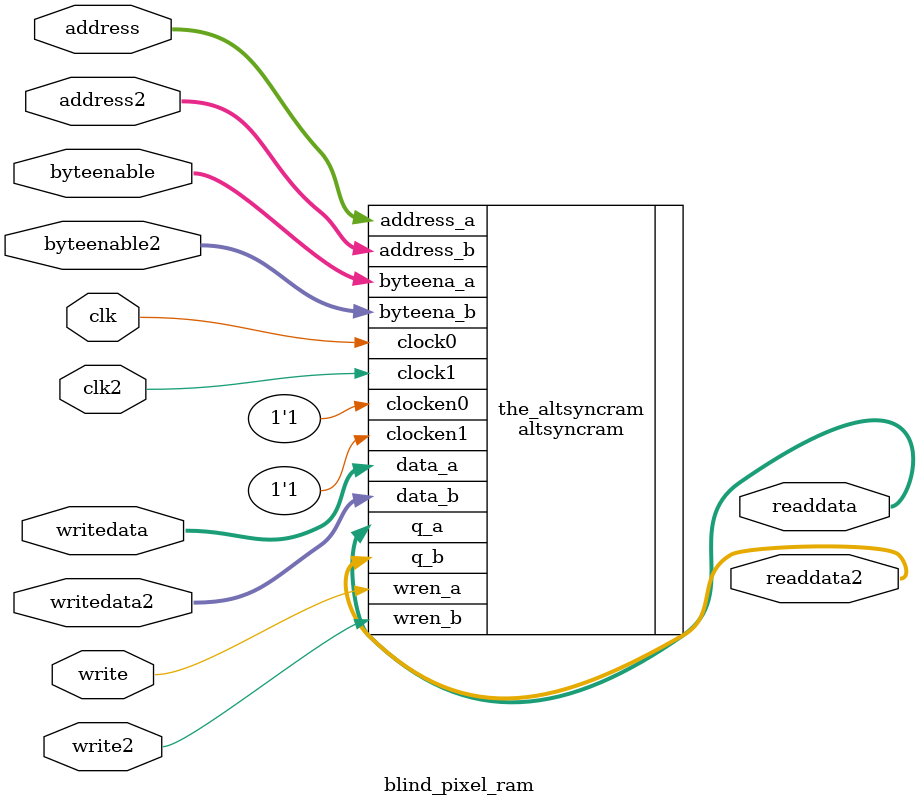
<source format=v>

`timescale 1ns / 1ps
// synthesis translate_on

// turn off superfluous verilog processor warnings 
// altera message_level Level1 
// altera message_off 10034 10035 10036 10037 10230 10240 10030 

module blind_pixel_ram (
	clk,
	address,
	byteenable,
	write,
	writedata,
	readdata,
  
	clk2,
	address2,
	byteenable2,
	write2,
	writedata2,
	readdata2
);
  input            clk;
  input   [  7: 0] address;
  input   [  3: 0] byteenable;
  input            write;
  input   [ 31: 0] writedata;
  output  [ 31: 0] readdata;
  
  input            clk2;
  input   [  7: 0] address2;
  input   [  3: 0] byteenable2;
  input            write2;
  input   [ 31: 0] writedata2;
  output  [ 31: 0] readdata2;
  
  altsyncram the_altsyncram
    (
      .address_a (address),
      .address_b (address2),
      .byteena_a (byteenable),
      .byteena_b (byteenable2),
      .clock0 (clk),
      .clock1 (clk2),
      .clocken0 (1'b1),
      .clocken1 (1'b1),
      .data_a (writedata),
      .data_b (writedata2),
      .q_a (readdata),
      .q_b (readdata2),
      .wren_a (write),
      .wren_b (write2)
    );

  defparam the_altsyncram.address_reg_b = "CLOCK1",
           the_altsyncram.byte_size = 8,
           the_altsyncram.byteena_reg_b = "CLOCK1",
           the_altsyncram.indata_reg_b = "CLOCK1",
           the_altsyncram.init_file = "UNUSED",
           the_altsyncram.lpm_type = "altsyncram",
           the_altsyncram.maximum_depth = 256,
           the_altsyncram.numwords_a = 256,
           the_altsyncram.numwords_b = 256,
           the_altsyncram.operation_mode = "BIDIR_DUAL_PORT",
           the_altsyncram.outdata_reg_a = "UNREGISTERED",
           the_altsyncram.outdata_reg_b = "UNREGISTERED",
           the_altsyncram.ram_block_type = "AUTO",
           the_altsyncram.read_during_write_mode_mixed_ports = "DONT_CARE",
           the_altsyncram.width_a = 32,
           the_altsyncram.width_b = 32,
           the_altsyncram.width_byteena_a = 4,
           the_altsyncram.width_byteena_b = 4,
           the_altsyncram.widthad_a = 8,
           the_altsyncram.widthad_b = 8,
           the_altsyncram.wrcontrol_wraddress_reg_b = "CLOCK1";

  //s1, which is an e_avalon_slave
  //s2, which is an e_avalon_slave

endmodule

</source>
